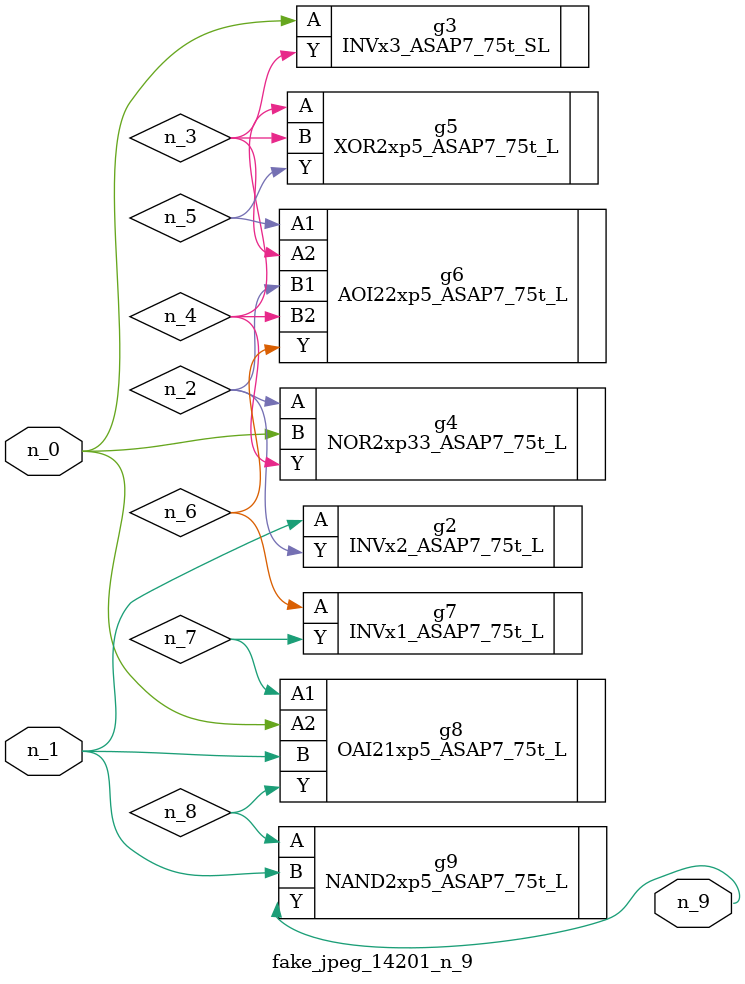
<source format=v>
module fake_jpeg_14201_n_9 (n_0, n_1, n_9);

input n_0;
input n_1;

output n_9;

wire n_3;
wire n_2;
wire n_4;
wire n_8;
wire n_6;
wire n_5;
wire n_7;

INVx2_ASAP7_75t_L g2 ( 
.A(n_1),
.Y(n_2)
);

INVx3_ASAP7_75t_SL g3 ( 
.A(n_0),
.Y(n_3)
);

NOR2xp33_ASAP7_75t_L g4 ( 
.A(n_2),
.B(n_0),
.Y(n_4)
);

XOR2xp5_ASAP7_75t_L g5 ( 
.A(n_4),
.B(n_3),
.Y(n_5)
);

AOI22xp5_ASAP7_75t_L g6 ( 
.A1(n_5),
.A2(n_3),
.B1(n_2),
.B2(n_4),
.Y(n_6)
);

INVx1_ASAP7_75t_L g7 ( 
.A(n_6),
.Y(n_7)
);

OAI21xp5_ASAP7_75t_L g8 ( 
.A1(n_7),
.A2(n_0),
.B(n_1),
.Y(n_8)
);

NAND2xp5_ASAP7_75t_L g9 ( 
.A(n_8),
.B(n_1),
.Y(n_9)
);


endmodule
</source>
